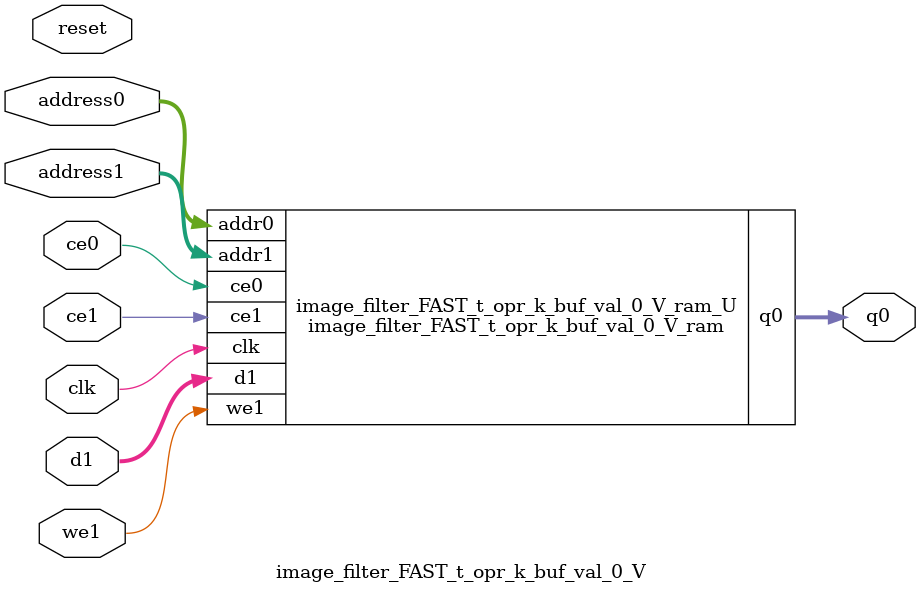
<source format=v>

`timescale 1 ns / 1 ps
module image_filter_FAST_t_opr_k_buf_val_0_V_ram (addr0, ce0, q0, addr1, ce1, d1, we1,  clk);

parameter DWIDTH = 8;
parameter AWIDTH = 11;
parameter MEM_SIZE = 1920;

input[AWIDTH-1:0] addr0;
input ce0;
output reg[DWIDTH-1:0] q0;
input[AWIDTH-1:0] addr1;
input ce1;
input[DWIDTH-1:0] d1;
input we1;
input clk;

(* ram_style = "block" *)reg [DWIDTH-1:0] ram[MEM_SIZE-1:0];




always @(posedge clk)  
begin 
    if (ce0) 
    begin
            q0 <= ram[addr0];
    end
end


always @(posedge clk)  
begin 
    if (ce1) 
    begin
        if (we1) 
        begin 
            ram[addr1] <= d1; 
        end 
    end
end


endmodule


`timescale 1 ns / 1 ps
module image_filter_FAST_t_opr_k_buf_val_0_V(
    reset,
    clk,
    address0,
    ce0,
    q0,
    address1,
    ce1,
    we1,
    d1);

parameter DataWidth = 32'd8;
parameter AddressRange = 32'd1920;
parameter AddressWidth = 32'd11;
input reset;
input clk;
input[AddressWidth - 1:0] address0;
input ce0;
output[DataWidth - 1:0] q0;
input[AddressWidth - 1:0] address1;
input ce1;
input we1;
input[DataWidth - 1:0] d1;



image_filter_FAST_t_opr_k_buf_val_0_V_ram image_filter_FAST_t_opr_k_buf_val_0_V_ram_U(
    .clk( clk ),
    .addr0( address0 ),
    .ce0( ce0 ),
    .q0( q0 ),
    .addr1( address1 ),
    .ce1( ce1 ),
    .d1( d1 ),
    .we1( we1 ));

endmodule


</source>
